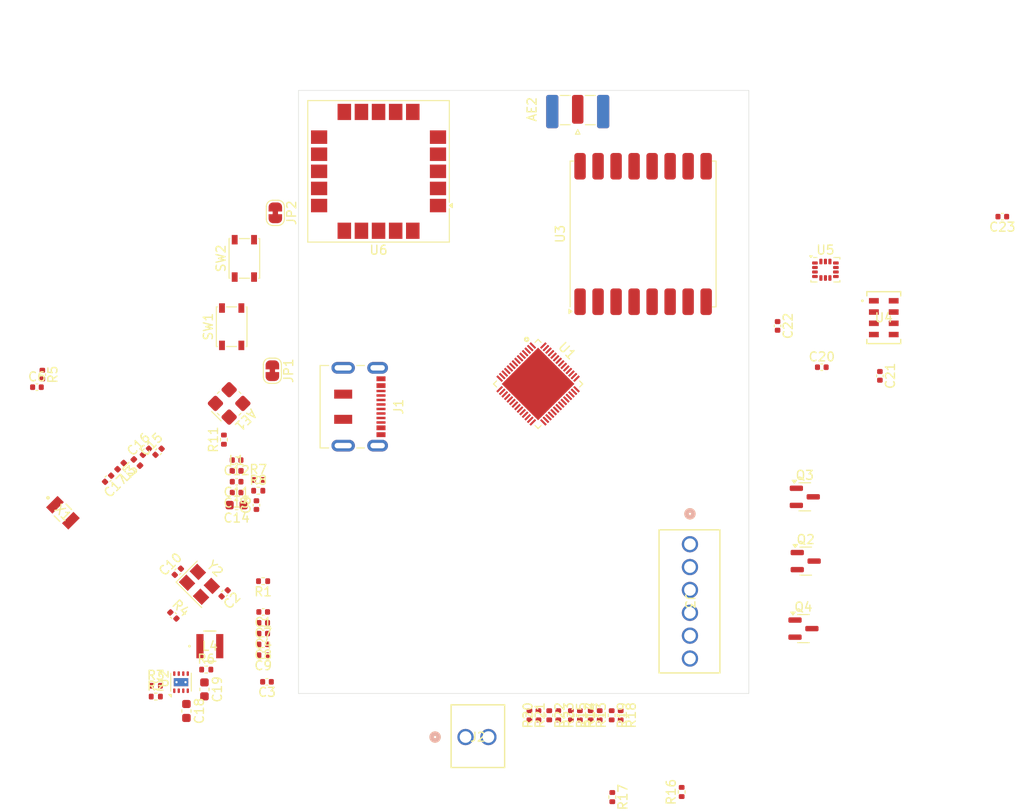
<source format=kicad_pcb>
(kicad_pcb (version 20241229) (generator "pcbnew") (generator_version "9.0")
  (layers (0 "F.Cu" signal) (4 "In1.Cu" signal) (6 "In2.Cu" signal) (2 "B.Cu" signal) (13 "F.Paste" user) (15 "B.Paste" user) (5 "F.SilkS" user "F.Silkscreen") (7 "B.SilkS" user "B.Silkscreen") (1 "F.Mask" user) (3 "B.Mask" user) (25 "Edge.Cuts" user))
  (net 0 "")
  (net 1 "Net-(AE1-A)")
  (net 2 "GND")
  (net 3 "+3V3")
  (net 4 "Net-(U1-XTAL_N)")
  (net 5 "Net-(U1-VDD_SPI)")
  (net 6 "Net-(U1-XTAL_32K_P)")
  (net 7 "Net-(U1-XTAL_32K_N)")
  (net 8 "Net-(C10-Pad1)")
  (net 9 "/ESP-32 Power Coupler/VDD3P3")
  (net 10 "/LNA Shield/LNA_IN")
  (net 11 "Net-(C17-Pad1)")
  (net 12 "+BATT")
  (net 13 "/USB_D+")
  (net 15 "Net-(J1-CC1)")
  (net 16 "/USB_D-")
  (net 18 "Net-(J1-CC2)")
  (net 19 "/Pyro Channel1/Pyro Pin")
  (net 20 "Net-(JP1-A)")
  (net 21 "Net-(JP1-B)")
  (net 22 "Net-(JP2-B)")
  (net 23 "Net-(JP2-A)")
  (net 24 "Net-(U2-SW)")
  (net 25 "Net-(Q2-G)")
  (net 26 "Net-(U1-XTAL_P)")
  (net 27 "/PowerReg/PG")
  (net 29 "/SDA")
  (net 33 "/SCL")
  (net 35 "/FSPICS0")
  (net 36 "/FSPID")
  (net 46 "/FSPIQ")
  (net 47 "/Interrupt")
  (net 58 "/RADIO_RST")
  (net 60 "/FSPICLK")
  (net 63 "/Sense 1")
  (net 65 "/Sense 2")
  (net 67 "/Sense 3")
  (net 68 "/Pyro GPIO 1")
  (net 69 "/Pyro GPIO 2")
  (net 71 "/Pyro GPIO 3")
  (net 73 "Net-(AE2-A)")
  (net 79 "/Sensors/GPS_Reset")
  (net 86 "/Pyro Channel2/Pyro Pin")
  (net 87 "/Pyro Channel3/Pyro Pin")
  (net 88 "Net-(Q3-G)")
  (net 89 "Net-(Q4-G)")
  (net 90 "Net-(D1-K)")
  (footprint "NR3015T:IND_TAIYO_NR3015_TAY" (layer "F.Cu") (at 62.1567 110.49)
    (property "Reference" "L4" (at 0 0 0) (layer "F.SilkS"))
    (property "Value" "2.2uH")
    (pad "1" smd rect (at -1.09855 0) (size 0.8001 2.6924) (layers "F.Cu" "F.Mask" "F.Paste") (net 24 "Net-(U2-SW)"))
    (pad "2" smd rect (at 1.09855 0) (size 0.8001 2.6924) (layers "F.Cu" "F.Mask" "F.Paste") (net 3 "+3V3"))
  )
  (footprint "S3FH4R2:QFN40P700X700X90-57N" (layer "F.Cu") (at 98.6 81.36 -45)
    (property "Reference" "U1" (at -0.325 -4.885 135) (layer "F.SilkS"))
    (property "Value" "ESP32-S3FH4R2")
    (pad "1" smd rect (at -3.435 -2.6 315) (size 0.84 0.22) (layers "F.Cu" "F.Paste") (net 10 "/LNA Shield/LNA_IN"))
    (pad "2" smd rect (at -3.435 -2.2 315) (size 0.84 0.22) (layers "F.Cu" "F.Paste") (net 9 "/ESP-32 Power Coupler/VDD3P3"))
    (pad "3" smd rect (at -3.435 -1.8 315) (size 0.84 0.22) (layers "F.Cu" "F.Paste") (net 9 "/ESP-32 Power Coupler/VDD3P3"))
    (pad "4" smd rect (at -3.435 -1.4 315) (size 0.84 0.22) (layers "F.Cu" "F.Paste") (net 21 "Net-(JP1-B)"))
    (pad "5" smd rect (at -3.435 -1 315) (size 0.84 0.22) (layers "F.Cu" "F.Paste") (net 22 "Net-(JP2-B)"))
    (pad "6" smd rect (at -3.435 -0.6 315) (size 0.84 0.22) (layers "F.Cu" "F.Paste") (net 47 "/Interrupt"))
    (pad "7" smd rect (at -3.435 -0.2 315) (size 0.84 0.22) (layers "F.Cu" "F.Paste"))
    (pad "8" smd rect (at -3.435 0.2 315) (size 0.84 0.22) (layers "F.Cu" "F.Paste"))
    (pad "9" smd rect (at -3.435 0.6 315) (size 0.84 0.22) (layers "F.Cu" "F.Paste") (net 58 "/RADIO_RST"))
    (pad "10" smd rect (at -3.435 1 315) (size 0.84 0.22) (layers "F.Cu" "F.Paste"))
    (pad "11" smd rect (at -3.435 1.4 315) (size 0.84 0.22) (layers "F.Cu" "F.Paste"))
    (pad "12" smd rect (at -3.435 1.8 315) (size 0.84 0.22) (layers "F.Cu" "F.Paste"))
    (pad "13" smd rect (at -3.435 2.2 315) (size 0.84 0.22) (layers "F.Cu" "F.Paste") (net 29 "/SDA"))
    (pad "14" smd rect (at -3.435 2.6 315) (size 0.84 0.22) (layers "F.Cu" "F.Paste") (net 33 "/SCL"))
    (pad "15" smd rect (at -2.6 3.435 315) (size 0.22 0.84) (layers "F.Cu" "F.Paste") (net 35 "/FSPICS0"))
    (pad "16" smd rect (at -2.2 3.435 315) (size 0.22 0.84) (layers "F.Cu" "F.Paste") (net 36 "/FSPID"))
    (pad "17" smd rect (at -1.8 3.435 315) (size 0.22 0.84) (layers "F.Cu" "F.Paste") (net 60 "/FSPICLK"))
    (pad "18" smd rect (at -1.4 3.435 315) (size 0.22 0.84) (layers "F.Cu" "F.Paste") (net 46 "/FSPIQ"))
    (pad "19" smd rect (at -1 3.435 315) (size 0.22 0.84) (layers "F.Cu" "F.Paste") (net 63 "/Sense 1"))
    (pad "20" smd rect (at -0.6 3.435 315) (size 0.22 0.84) (layers "F.Cu" "F.Paste") (net 3 "+3V3"))
    (pad "21" smd rect (at -0.2 3.435 315) (size 0.22 0.84) (layers "F.Cu" "F.Paste") (net 6 "Net-(U1-XTAL_32K_P)"))
    (pad "22" smd rect (at 0.2 3.435 315) (size 0.22 0.84) (layers "F.Cu" "F.Paste") (net 7 "Net-(U1-XTAL_32K_N)"))
    (pad "23" smd rect (at 0.6 3.435 315) (size 0.22 0.84) (layers "F.Cu" "F.Paste") (net 65 "/Sense 2"))
    (pad "24" smd rect (at 1 3.435 315) (size 0.22 0.84) (layers "F.Cu" "F.Paste") (net 67 "/Sense 3"))
    (pad "25" smd rect (at 1.4 3.435 315) (size 0.22 0.84) (layers "F.Cu" "F.Paste") (net 16 "/USB_D-"))
    (pad "26" smd rect (at 1.8 3.435 315) (size 0.22 0.84) (layers "F.Cu" "F.Paste") (net 13 "/USB_D+"))
    (pad "27" smd rect (at 2.2 3.435 315) (size 0.22 0.84) (layers "F.Cu" "F.Paste"))
    (pad "28" smd rect (at 2.6 3.435 315) (size 0.22 0.84) (layers "F.Cu" "F.Paste"))
    (pad "29" smd rect (at 3.435 2.6 315) (size 0.84 0.22) (layers "F.Cu" "F.Paste") (net 5 "Net-(U1-VDD_SPI)"))
    (pad "30" smd rect (at 3.435 2.2 315) (size 0.84 0.22) (layers "F.Cu" "F.Paste"))
    (pad "31" smd rect (at 3.435 1.8 315) (size 0.84 0.22) (layers "F.Cu" "F.Paste"))
    (pad "32" smd rect (at 3.435 1.4 315) (size 0.84 0.22) (layers "F.Cu" "F.Paste"))
    (pad "33" smd rect (at 3.435 1 315) (size 0.84 0.22) (layers "F.Cu" "F.Paste"))
    (pad "34" smd rect (at 3.435 0.6 315) (size 0.84 0.22) (layers "F.Cu" "F.Paste"))
    (pad "35" smd rect (at 3.435 0.2 315) (size 0.84 0.22) (layers "F.Cu" "F.Paste"))
    (pad "36" smd rect (at 3.435 -0.2 315) (size 0.84 0.22) (layers "F.Cu" "F.Paste") (net 69 "/Pyro GPIO 2"))
    (pad "37" smd rect (at 3.435 -0.6 315) (size 0.84 0.22) (layers "F.Cu" "F.Paste") (net 71 "/Pyro GPIO 3"))
    (pad "38" smd rect (at 3.435 -1 315) (size 0.84 0.22) (layers "F.Cu" "F.Paste"))
    (pad "39" smd rect (at 3.435 -1.4 315) (size 0.84 0.22) (layers "F.Cu" "F.Paste"))
    (pad "40" smd rect (at 3.435 -1.8 315) (size 0.84 0.22) (layers "F.Cu" "F.Paste"))
    (pad "41" smd rect (at 3.435 -2.2 315) (size 0.84 0.22) (layers "F.Cu" "F.Paste"))
    (pad "42" smd rect (at 3.435 -2.6 315) (size 0.84 0.22) (layers "F.Cu" "F.Paste"))
    (pad "43" smd rect (at 2.6 -3.435 315) (size 0.22 0.84) (layers "F.Cu" "F.Paste") (net 68 "/Pyro GPIO 1"))
    (pad "44" smd rect (at 2.2 -3.435 315) (size 0.22 0.84) (layers "F.Cu" "F.Paste"))
    (pad "45" smd rect (at 1.8 -3.435 315) (size 0.22 0.84) (layers "F.Cu" "F.Paste"))
    (pad "46" smd rect (at 1.4 -3.435 315) (size 0.22 0.84) (layers "F.Cu" "F.Paste") (net 3 "+3V3"))
    (pad "47" smd rect (at 1 -3.435 315) (size 0.22 0.84) (layers "F.Cu" "F.Paste"))
    (pad "48" smd rect (at 0.6 -3.435 315) (size 0.22 0.84) (layers "F.Cu" "F.Paste"))
    (pad "49" smd rect (at 0.2 -3.435 315) (size 0.22 0.84) (layers "F.Cu" "F.Paste"))
    (pad "50" smd rect (at -0.2 -3.435 315) (size 0.22 0.84) (layers "F.Cu" "F.Paste"))
    (pad "51" smd rect (at -0.6 -3.435 315) (size 0.22 0.84) (layers "F.Cu" "F.Paste"))
    (pad "52" smd rect (at -1 -3.435 315) (size 0.22 0.84) (layers "F.Cu" "F.Paste"))
    (pad "53" smd rect (at -1.4 -3.435 315) (size 0.22 0.84) (layers "F.Cu" "F.Paste") (net 4 "Net-(U1-XTAL_N)"))
    (pad "54" smd rect (at -1.8 -3.435 315) (size 0.22 0.84) (layers "F.Cu" "F.Paste") (net 26 "Net-(U1-XTAL_P)"))
    (pad "55" smd rect (at -2.2 -3.435 315) (size 0.22 0.84) (layers "F.Cu" "F.Paste") (net 3 "+3V3"))
    (pad "56" smd rect (at -2.6 -3.435 315) (size 0.22 0.84) (layers "F.Cu" "F.Paste") (net 3 "+3V3"))
    (pad "57" smd rect (at 0 0 315) (size 5.7 5.7) (layers "F.Cu") (net 2 "GND"))
  )
  (footprint "Capacitor_SMD:C_0402_1005Metric" (layer "F.Cu") (at 68.08 107.89 180)
    (property "Reference" "C7" (at 0 -1.16 0) (layer "F.SilkS"))
    (property "Value" "1uF")
    (pad "1" smd roundrect (at -0.48 0 180) (size 0.56 0.62) (layers "F.Cu" "F.Mask" "F.Paste") (net 5 "Net-(U1-VDD_SPI)"))
    (pad "2" smd roundrect (at 0.48 0 180) (size 0.56 0.62) (layers "F.Cu" "F.Mask" "F.Paste") (net 2 "GND"))
  )
  (footprint "OSTVN06A150:CONN_OSTVN06A150_OST" (layer "F.Cu") (at 115.461199 99.1649 -90)
    (property "Reference" "J3" (at 6.35 0 270) (layer "F.SilkS"))
    (property "Value" "Screw_Terminal_01x06")
    (pad "1" thru_hole circle (at 0 0 270) (size 1.8034 1.8034) (drill 1.2954) (layers "*.Cu" "*.Mask") (net 12 "+BATT"))
    (pad "2" thru_hole circle (at 2.54 0 270) (size 1.8034 1.8034) (drill 1.2954) (layers "*.Cu" "*.Mask") (net 19 "/Pyro Channel1/Pyro Pin"))
    (pad "3" thru_hole circle (at 5.08 0 270) (size 1.8034 1.8034) (drill 1.2954) (layers "*.Cu" "*.Mask") (net 12 "+BATT"))
    (pad "4" thru_hole circle (at 7.62 0 270) (size 1.8034 1.8034) (drill 1.2954) (layers "*.Cu" "*.Mask") (net 86 "/Pyro Channel2/Pyro Pin"))
    (pad "5" thru_hole circle (at 10.16 0 270) (size 1.8034 1.8034) (drill 1.2954) (layers "*.Cu" "*.Mask") (net 12 "+BATT"))
    (pad "6" thru_hole circle (at 12.7 0 270) (size 1.8034 1.8034) (drill 1.2954) (layers "*.Cu" "*.Mask") (net 87 "/Pyro Channel3/Pyro Pin"))
  )
  (footprint "Resistor_SMD:R_0402_1005Metric" (layer "F.Cu") (at 61.7567 113.09)
    (property "Reference" "R6" (at 0 -1.17 0) (layer "F.SilkS"))
    (property "Value" "100k")
    (pad "1" smd roundrect (at -0.51 0) (size 0.54 0.64) (layers "F.Cu" "F.Mask" "F.Paste") (net 3 "+3V3"))
    (pad "2" smd roundrect (at 0.51 0) (size 0.54 0.64) (layers "F.Cu" "F.Mask" "F.Paste") (net 27 "/PowerReg/PG"))
  )
  (footprint "Inductor_SMD:L_0402_1005Metric" (layer "F.Cu") (at 52.26 90.49 -135)
    (property "Reference" "L3" (at 0 -1.17 45) (layer "F.SilkS"))
    (property "Value" "2.0nH")
    (pad "1" smd roundrect (at -0.485 0 225) (size 0.59 0.64) (layers "F.Cu" "F.Mask" "F.Paste") (net 1 "Net-(AE1-A)"))
    (pad "2" smd roundrect (at 0.485 0 225) (size 0.59 0.64) (layers "F.Cu" "F.Mask" "F.Paste") (net 11 "Net-(C17-Pad1)"))
  )
  (footprint "Capacitor_SMD:C_0402_1005Metric" (layer "F.Cu") (at 150.14 62.77 180)
    (property "Reference" "C23" (at 0 -1.16 180) (layer "F.SilkS"))
    (property "Value" "100nF")
    (pad "1" smd roundrect (at -0.48 0 180) (size 0.56 0.62) (layers "F.Cu" "F.Mask" "F.Paste") (net 2 "GND"))
    (pad "2" smd roundrect (at 0.48 0 180) (size 0.56 0.62) (layers "F.Cu" "F.Mask" "F.Paste") (net 3 "+3V3"))
  )
  (footprint "Connector_Coaxial:SMA_Samtec_SMA-J-P-H-ST-EM1_EdgeMount" (layer "F.Cu") (at 103 50.85 90)
    (property "Reference" "AE2" (at 0 -5.08 90) (layer "F.SilkS"))
    (property "Value" "Antenna_Shield")
    (pad "1" smd roundrect (at 0 0 180) (size 1.27 3.2) (layers "F.Cu" "F.Mask") (roundrect_rratio 0.1968503937) (net 73 "Net-(AE2-A)"))
    (pad "2" smd roundrect (at -0.25 -2.825 180) (size 1.35 3.7) (layers "F.Cu" "F.Mask") (roundrect_rratio 0.1851851852) (net 2 "GND"))
    (pad "2" smd roundrect (at -0.25 -2.825 180) (size 1.35 3.7) (layers "B.Cu" "B.Mask") (roundrect_rratio 0.1851851852) (net 2 "GND"))
    (pad "2" smd roundrect (at -0.25 2.825 180) (size 1.35 3.7) (layers "F.Cu" "F.Mask") (roundrect_rratio 0.1851851852) (net 2 "GND"))
    (pad "2" smd roundrect (at -0.25 2.825 180) (size 1.35 3.7) (layers "B.Cu" "B.Mask") (roundrect_rratio 0.1851851852) (net 2 "GND"))
  )
  (footprint "Resistor_SMD:R_0402_1005Metric" (layer "F.Cu") (at 63.718801 87.5451 90)
    (property "Reference" "R11" (at 0 -1.17 90) (layer "F.SilkS"))
    (property "Value" "100k")
    (pad "1" smd roundrect (at -0.51 0 90) (size 0.54 0.64) (layers "F.Cu" "F.Mask" "F.Paste") (net 3 "+3V3"))
    (pad "2" smd roundrect (at 0.51 0 90) (size 0.54 0.64) (layers "F.Cu" "F.Mask" "F.Paste") (net 21 "Net-(JP1-B)"))
  )
  (footprint "Resistor_SMD:R_0402_1005Metric" (layer "F.Cu") (at 99.84 118.17 -90)
    (property "Reference" "R22" (at 0 -1.17 90) (layer "F.SilkS"))
    (property "Value" "33k")
    (pad "1" smd roundrect (at -0.51 0 270) (size 0.54 0.64) (layers "F.Cu" "F.Mask" "F.Paste") (net 87 "/Pyro Channel3/Pyro Pin"))
    (pad "2" smd roundrect (at 0.51 0 270) (size 0.54 0.64) (layers "F.Cu" "F.Mask" "F.Paste") (net 67 "/Sense 3"))
  )
  (footprint "Package_LGA:LGA-14_3x2.5mm_P0.5mm_LayoutBorder3x4y" (layer "F.Cu") (at 130.5 68.6725)
    (property "Reference" "U5" (at 0 -2.2 0) (layer "F.SilkS"))
    (property "Value" "LSM6DSO32TR")
    (pad "1" smd roundrect (at -1.1625 -0.75) (size 0.625 0.35) (layers "F.Cu" "F.Mask" "F.Paste") (net 2 "GND"))
    (pad "2" smd roundrect (at -1.1625 -0.25) (size 0.625 0.35) (layers "F.Cu" "F.Mask" "F.Paste") (net 2 "GND"))
    (pad "3" smd roundrect (at -1.1625 0.25) (size 0.625 0.35) (layers "F.Cu" "F.Mask" "F.Paste") (net 2 "GND"))
    (pad "4" smd roundrect (at -1.1625 0.75) (size 0.625 0.35) (layers "F.Cu" "F.Mask" "F.Paste"))
    (pad "5" smd roundrect (at -0.5 0.9125) (size 0.35 0.625) (layers "F.Cu" "F.Mask" "F.Paste") (net 3 "+3V3"))
    (pad "6" smd roundrect (at 0 0.9125) (size 0.35 0.625) (layers "F.Cu" "F.Mask" "F.Paste") (net 2 "GND"))
    (pad "7" smd roundrect (at 0.5 0.9125) (size 0.35 0.625) (layers "F.Cu" "F.Mask" "F.Paste") (net 2 "GND"))
    (pad "8" smd roundrect (at 1.1625 0.75) (size 0.625 0.35) (layers "F.Cu" "F.Mask" "F.Paste") (net 3 "+3V3"))
    (pad "9" smd roundrect (at 1.1625 0.25) (size 0.625 0.35) (layers "F.Cu" "F.Mask" "F.Paste"))
    (pad "10" smd roundrect (at 1.1625 -0.25) (size 0.625 0.35) (layers "F.Cu" "F.Mask" "F.Paste"))
    (pad "11" smd roundrect (at 1.1625 -0.75) (size 0.625 0.35) (layers "F.Cu" "F.Mask" "F.Paste"))
    (pad "12" smd roundrect (at 0.5 -0.9125) (size 0.35 0.625) (layers "F.Cu" "F.Mask" "F.Paste") (net 3 "+3V3"))
    (pad "13" smd roundrect (at 0 -0.9125) (size 0.35 0.625) (layers "F.Cu" "F.Mask" "F.Paste") (net 33 "/SCL"))
    (pad "14" smd roundrect (at -0.5 -0.9125) (size 0.35 0.625) (layers "F.Cu" "F.Mask" "F.Paste") (net 29 "/SDA"))
  )
  (footprint "Crystal:Crystal_SMD_3225-4Pin_3.2x2.5mm" (layer "F.Cu") (at 61 103.62 -45)
    (property "Reference" "Y2" (at 0 -2.450001 135) (layer "F.SilkS"))
    (property "Value" "Crystal_GND23")
    (pad "1" smd rect (at -1.1 0.85 315) (size 1.4 1.2) (layers "F.Cu" "F.Mask" "F.Paste") (net 8 "Net-(C10-Pad1)"))
    (pad "2" smd rect (at 1.1 0.85 315) (size 1.4 1.2) (layers "F.Cu" "F.Mask" "F.Paste") (net 2 "GND"))
    (pad "3" smd rect (at 1.1 -0.85 315) (size 1.4 1.2) (layers "F.Cu" "F.Mask" "F.Paste") (net 4 "Net-(U1-XTAL_N)"))
    (pad "4" smd rect (at -1.1 -0.85 315) (size 1.4 1.2) (layers "F.Cu" "F.Mask" "F.Paste") (net 2 "GND"))
  )
  (footprint "Resistor_SMD:R_0402_1005Metric" (layer "F.Cu") (at 67.53 93.22)
    (property "Reference" "R8" (at 0 -1.17 0) (layer "F.SilkS"))
    (property "Value" "10k")
    (pad "1" smd roundrect (at -0.51 0) (size 0.54 0.64) (layers "F.Cu" "F.Mask" "F.Paste") (net 3 "+3V3"))
    (pad "2" smd roundrect (at 0.51 0) (size 0.54 0.64) (layers "F.Cu" "F.Mask" "F.Paste") (net 33 "/SCL"))
  )
  (footprint "Capacitor_SMD:C_0402_1005Metric" (layer "F.Cu") (at 42.96 81.72)
    (property "Reference" "C6" (at 0 -1.16 0) (layer "F.SilkS"))
    (property "Value" "TBD")
    (pad "1" smd roundrect (at -0.48 0) (size 0.56 0.62) (layers "F.Cu" "F.Mask" "F.Paste") (net 7 "Net-(U1-XTAL_32K_N)"))
    (pad "2" smd roundrect (at 0.48 0) (size 0.56 0.62) (layers "F.Cu" "F.Mask" "F.Paste") (net 2 "GND"))
  )
  (footprint "Package_SON:WSON-8-1EP_2x2mm_P0.5mm_EP0.9x1.6mm_ThermalVias" (layer "F.Cu") (at 58.9567 114.49 90)
    (property "Reference" "U2" (at 0.38 -1.9 90) (layer "F.SilkS"))
    (property "Value" "TPS62162DSG")
    (pad "1" smd roundrect (at -0.95 -0.75 90) (size 0.5 0.25) (layers "F.Cu" "F.Mask" "F.Paste") (net 2 "GND"))
    (pad "2" smd roundrect (at -0.95 -0.25 90) (size 0.5 0.25) (layers "F.Cu" "F.Mask" "F.Paste") (net 12 "+BATT"))
    (pad "3" smd roundrect (at -0.95 0.25 90) (size 0.5 0.25) (layers "F.Cu" "F.Mask" "F.Paste") (net 12 "+BATT"))
    (pad "4" smd roundrect (at -0.95 0.75 90) (size 0.5 0.25) (layers "F.Cu" "F.Mask" "F.Paste") (net 2 "GND"))
    (pad "5" smd roundrect (at 0.95 0.75 90) (size 0.5 0.25) (layers "F.Cu" "F.Mask" "F.Paste") (net 2 "GND"))
    (pad "6" smd roundrect (at 0.95 0.25 90) (size 0.5 0.25) (layers "F.Cu" "F.Mask" "F.Paste") (net 3 "+3V3"))
    (pad "7" smd roundrect (at 0.95 -0.25 90) (size 0.5 0.25) (layers "F.Cu" "F.Mask" "F.Paste") (net 24 "Net-(U2-SW)"))
    (pad "8" smd roundrect (at 0.95 -0.75 90) (size 0.5 0.25) (layers "F.Cu" "F.Mask" "F.Paste") (net 27 "/PowerReg/PG"))
    (pad "9" thru_hole circle (at 0 -0.5 90) (size 0.6 0.6) (drill 0.25) (property pad_prop_heatsink) (layers "*.Cu") (net 2 "GND"))
    (pad "9" smd rect (at 0 0 90) (size 0.9 1.6) (layers "F.Cu" "F.Mask") (net 2 "GND"))
    (pad "9" smd rect (at 0 0 90) (size 0.9 1.6) (layers "B.Cu") (net 2 "GND"))
    (pad "9" thru_hole circle (at 0 0.5 90) (size 0.6 0.6) (drill 0.25) (property pad_prop_heatsink) (layers "*.Cu") (net 2 "GND"))
  )
  (footprint "OSTVN02A150:CONN_OSTVN02A150_OST" (layer "F.Cu") (at 90.544824 120.587201)
    (property "Reference" "J2" (at 1.370076 0 0) (layer "F.SilkS"))
    (property "Value" "Screw_Terminal_01x02")
    (pad "1" thru_hole circle (at 0 0) (size 1.8034 1.8034) (drill 1.2954) (layers "*.Cu" "*.Mask") (net 2 "GND"))
    (pad "2" thru_hole circle (at 2.54 0) (size 1.8034 1.8034) (drill 1.2954) (layers "*.Cu" "*.Mask") (net 12 "+BATT"))
  )
  (footprint "Capacitor_SMD:C_0402_1005Metric" (layer "F.Cu") (at 58.11 107.08 -45)
    (property "Reference" "R4" (at 0 -1.16 135) (layer "F.SilkS"))
    (property "Value" "TBD")
    (pad "1" smd roundrect (at -0.48 0 315) (size 0.56 0.62) (layers "F.Cu" "F.Mask" "F.Paste") (net 26 "Net-(U1-XTAL_P)"))
    (pad "2" smd roundrect (at 0.48 0 315) (size 0.56 0.62) (layers "F.Cu" "F.Mask" "F.Paste") (net 8 "Net-(C10-Pad1)"))
  )
  (footprint "Resistor_SMD:R_0402_1005Metric" (layer "F.Cu") (at 67.53 92.02)
    (property "Reference" "R7" (at 0 -1.17 0) (layer "F.SilkS"))
    (property "Value" "10k")
    (pad "1" smd roundrect (at -0.51 0) (size 0.54 0.64) (layers "F.Cu" "F.Mask" "F.Paste") (net 3 "+3V3"))
    (pad "2" smd roundrect (at 0.51 0) (size 0.54 0.64) (layers "F.Cu" "F.Mask" "F.Paste") (net 29 "/SDA"))
  )
  (footprint "Resistor_SMD:R_0402_1005Metric" (layer "F.Cu") (at 106.84 127.26 -90)
    (property "Reference" "R17" (at 0 -1.17 90) (layer "F.SilkS"))
    (property "Value" "10k")
    (pad "1" smd roundrect (at -0.51 0 270) (size 0.54 0.64) (layers "F.Cu" "F.Mask" "F.Paste") (net 88 "Net-(Q3-G)"))
    (pad "2" smd roundrect (at 0.51 0 270) (size 0.54 0.64) (layers "F.Cu" "F.Mask" "F.Paste") (net 2 "GND"))
  )
  (footprint "Resistor_SMD:R_0402_1005Metric" (layer "F.Cu") (at 104.44 118.17 -90)
    (property "Reference" "R13" (at 0 -1.17 90) (layer "F.SilkS"))
    (property "Value" "10k")
    (pad "1" smd roundrect (at -0.51 0 270) (size 0.54 0.64) (layers "F.Cu" "F.Mask" "F.Paste") (net 25 "Net-(Q2-G)"))
    (pad "2" smd roundrect (at 0.51 0 270) (size 0.54 0.64) (layers "F.Cu" "F.Mask" "F.Paste") (net 2 "GND"))
  )
  (footprint "Button_Switch_SMD:SW_SPST_PTS810" (layer "F.Cu") (at 65.99 67.41 90)
    (property "Reference" "SW2" (at 0 -2.6 90) (layer "F.SilkS"))
    (property "Value" "SW_Push")
    (pad "1" smd rect (at -2.075 -1.075 90) (size 1.05 0.65) (layers "F.Cu" "F.Mask" "F.Paste") (net 2 "GND"))
    (pad "1" smd rect (at 2.075 -1.075 90) (size 1.05 0.65) (layers "F.Cu" "F.Mask" "F.Paste") (net 2 "GND"))
    (pad "2" smd rect (at -2.075 1.075 90) (size 1.05 0.65) (layers "F.Cu" "F.Mask" "F.Paste") (net 23 "Net-(JP2-A)"))
    (pad "2" smd rect (at 2.075 1.075 90) (size 1.05 0.65) (layers "F.Cu" "F.Mask" "F.Paste") (net 23 "Net-(JP2-A)"))
  )
  (footprint "Capacitor_SMD:C_0402_1005Metric" (layer "F.Cu") (at 68.08 109.09 180)
    (property "Reference" "C4" (at 0 -1.16 0) (layer "F.SilkS"))
    (property "Value" "10nF")
    (pad "1" smd roundrect (at -0.48 0 180) (size 0.56 0.62) (layers "F.Cu" "F.Mask" "F.Paste") (net 3 "+3V3"))
    (pad "2" smd roundrect (at 0.48 0 180) (size 0.56 0.62) (layers "F.Cu" "F.Mask" "F.Paste") (net 2 "GND"))
  )
  (footprint "Capacitor_SMD:C_0402_1005Metric" (layer "F.Cu") (at 125.19 74.91 -90)
    (property "Reference" "C22" (at 0 -1.16 90) (layer "F.SilkS"))
    (property "Value" "100nF")
    (pad "1" smd roundrect (at -0.48 0 270) (size 0.56 0.62) (layers "F.Cu" "F.Mask" "F.Paste") (net 3 "+3V3"))
    (pad "2" smd roundrect (at 0.48 0 270) (size 0.56 0.62) (layers "F.Cu" "F.Mask" "F.Paste") (net 2 "GND"))
  )
  (footprint "Resistor_SMD:R_0402_1005Metric" (layer "F.Cu") (at 100.84 118.17 -90)
    (property "Reference" "R23" (at 0 -1.17 90) (layer "F.SilkS"))
    (property "Value" "10k")
    (pad "1" smd roundrect (at -0.51 0 270) (size 0.54 0.64) (layers "F.Cu" "F.Mask" "F.Paste") (net 67 "/Sense 3"))
    (pad "2" smd roundrect (at 0.51 0 270) (size 0.54 0.64) (layers "F.Cu" "F.Mask" "F.Paste") (net 2 "GND"))
  )
  (footprint "Package_TO_SOT_SMD:SOT-23" (layer "F.Cu") (at 128.2125 93.9)
    (property "Reference" "Q3" (at 0 -2.4 180) (layer "F.SilkS"))
    (property "Value" "IRLML0030")
    (pad "1" smd roundrect (at -0.9375 -0.95) (size 1.475 0.6) (layers "F.Cu" "F.Mask" "F.Paste") (net 88 "Net-(Q3-G)"))
    (pad "2" smd roundrect (at -0.9375 0.95) (size 1.475 0.6) (layers "F.Cu" "F.Mask" "F.Paste") (net 2 "GND"))
    (pad "3" smd roundrect (at 0.9375 0) (size 1.475 0.6) (layers "F.Cu" "F.Mask" "F.Paste") (net 86 "/Pyro Channel2/Pyro Pin"))
  )
  (footprint "Capacitor_SMD:C_0402_1005Metric" (layer "F.Cu") (at 67.33 94.82 90)
    (property "Reference" "C5" (at 0 -1.16 90) (layer "F.SilkS"))
    (property "Value" "TBD")
    (pad "1" smd roundrect (at -0.48 0 90) (size 0.56 0.62) (layers "F.Cu" "F.Mask" "F.Paste") (net 6 "Net-(U1-XTAL_32K_P)"))
    (pad "2" smd roundrect (at 0.48 0 90) (size 0.56 0.62) (layers "F.Cu" "F.Mask" "F.Paste") (net 2 "GND"))
  )
  (footprint "Resistor_SMD:R_0402_1005Metric" (layer "F.Cu") (at 68.07 103.27 180)
    (property "Reference" "R1" (at 0 -1.17 0) (layer "F.SilkS"))
    (property "Value" "5.1k")
    (pad "1" smd roundrect (at -0.51 0 180) (size 0.54 0.64) (layers "F.Cu" "F.Mask" "F.Paste") (net 15 "Net-(J1-CC1)"))
    (pad "2" smd roundrect (at 0.51 0 180) (size 0.54 0.64) (layers "F.Cu" "F.Mask" "F.Paste") (net 2 "GND"))
  )
  (footprint "Resistor_SMD:R_0402_1005Metric" (layer "F.Cu") (at 106.77 118.17 -90)
    (property "Reference" "R19" (at 0 -1.17 90) (layer "F.SilkS"))
    (property "Value" "10k")
    (pad "1" smd roundrect (at -0.51 0 270) (size 0.54 0.64) (layers "F.Cu" "F.Mask" "F.Paste") (net 65 "/Sense 2"))
    (pad "2" smd roundrect (at 0.51 0 270) (size 0.54 0.64) (layers "F.Cu" "F.Mask" "F.Paste") (net 2 "GND"))
  )
  (footprint "Capacitor_SMD:C_0402_1005Metric" (layer "F.Cu") (at 65.13 89.82 180)
    (property "Reference" "C12" (at 0 -1.16 0) (layer "F.SilkS"))
    (property "Value" "0.1uF")
    (pad "1" smd roundrect (at -0.48 0 180) (size 0.56 0.62) (layers "F.Cu" "F.Mask" "F.Paste") (net 3 "+3V3"))
    (pad "2" smd roundrect (at 0.48 0 180) (size 0.56 0.62) (layers "F.Cu" "F.Mask" "F.Paste") (net 2 "GND"))
  )
  (footprint "Package_TO_SOT_SMD:SOT-23" (layer "F.Cu") (at 128.0625 108.54)
    (property "Reference" "Q4" (at 0 -2.4 180) (layer "F.SilkS"))
    (property "Value" "IRLML0030")
    (pad "1" smd roundrect (at -0.9375 -0.95) (size 1.475 0.6) (layers "F.Cu" "F.Mask" "F.Paste") (net 89 "Net-(Q4-G)"))
    (pad "2" smd roundrect (at -0.9375 0.95) (size 1.475 0.6) (layers "F.Cu" "F.Mask" "F.Paste") (net 2 "GND"))
    (pad "3" smd roundrect (at 0.9375 0) (size 1.475 0.6) (layers "F.Cu" "F.Mask" "F.Paste") (net 87 "/Pyro Channel3/Pyro Pin"))
  )
  (footprint "Resistor_SMD:R_0402_1005Metric" (layer "F.Cu") (at 97.64 118.17 -90)
    (property "Reference" "R21" (at 0 -1.17 90) (layer "F.SilkS"))
    (property "Value" "10k")
    (pad "1" smd roundrect (at -0.51 0 270) (size 0.54 0.64) (layers "F.Cu" "F.Mask" "F.Paste") (net 89 "Net-(Q4-G)"))
    (pad "2" smd roundrect (at 0.51 0 270) (size 0.54 0.64) (layers "F.Cu" "F.Mask" "F.Paste") (net 2 "GND"))
  )
  (footprint "Capacitor_SMD:C_0402_1005Metric" (layer "F.Cu") (at 68.08 106.69 180)
    (property "Reference" "C1" (at 0 -1.16 0) (layer "F.SilkS"))
    (property "Value" "0.1uF")
    (pad "1" smd roundrect (at -0.48 0 180) (size 0.56 0.62) (layers "F.Cu" "F.Mask" "F.Paste") (net 3 "+3V3"))
    (pad "2" smd roundrect (at 0.48 0 180) (size 0.56 0.62) (layers "F.Cu" "F.Mask" "F.Paste") (net 2 "GND"))
  )
  (footprint "Connector_USB:USB_C_Receptacle_JAE_DX07S016JA1R1500" (layer "F.Cu") (at 78.11 83.89 -90)
    (property "Reference" "J1" (at 0 -5 90) (layer "F.SilkS"))
    (property "Value" "USB_C_Receptacle_USB2.0_16P")
    (pad "" np_thru_hole circle (at -3 -1.95 270) (size 0.6 0.6) (drill 0.6) (layers "F&B.Cu" "*.Mask"))
    (pad "" smd rect (at -1.4 1.15 270) (size 1 2) (layers "F.Cu" "F.Mask" "F.Paste"))
    (pad "" smd rect (at 1.4 1.15 270) (size 1 2) (layers "F.Cu" "F.Mask" "F.Paste"))
    (pad "" np_thru_hole oval (at 3 -1.95 270) (size 0.85 0.6) (drill oval 0.85 0.6) (layers "F&B.Cu" "*.Mask"))
    (pad "A1" smd rect (at -3.1 -3.05 270) (size 0.52 1) (layers "F.Cu" "F.Mask" "F.Paste") (net 2 "GND"))
    (pad "A4" smd rect (at -2.35 -3.05 270) (size 0.52 1) (layers "F.Cu" "F.Mask" "F.Paste") (net 90 "Net-(D1-K)"))
    (pad "A5" smd rect (at -1.75 -3.05 270) (size 0.27 1) (layers "F.Cu" "F.Mask" "F.Paste") (net 15 "Net-(J1-CC1)"))
    (pad "A6" smd rect (at -0.25 -3.05 270) (size 0.27 1) (layers "F.Cu" "F.Mask" "F.Paste") (net 13 "/USB_D+"))
    (pad "A7" smd rect (at 0.75 -3.05 270) (size 0.27 1) (layers "F.Cu" "F.Mask" "F.Paste") (net 16 "/USB_D-"))
    (pad "A8" smd rect (at 1.75 -3.05 270) (size 0.27 1) (layers "F.Cu" "F.Mask" "F.Paste"))
    (pad "A9" smd rect (at 2.35 -3.05 270) (size 0.52 1) (layers "F.Cu" "F.Mask" "F.Paste") (net 90 "Net-(D1-K)"))
    (pad "A12" smd rect (at 3.1 -3.05 270) (size 0.52 1) (layers "F.Cu" "F.Mask" "F.Paste") (net 2 "GND"))
    (pad "B1" smd rect (at 3.1 -3.05 270) (size 0.52 1) (layers "F.Cu" "F.Mask" "F.Paste") (net 2 "GND"))
    (pad "B4" smd rect (at 2.35 -3.05 270) (size 0.52 1) (layers "F.Cu" "F.Mask" "F.Paste") (net 90 "Net-(D1-K)"))
    (pad "B5" smd rect (at 1.25 -3.05 270) (size 0.27 1) (layers "F.Cu" "F.Mask" "F.Paste") (net 18 "Net-(J1-CC2)"))
    (pad "B6" smd rect (at 0.25 -3.05 270) (size 0.27 1) (layers "F.Cu" "F.Mask" "F.Paste") (net 13 "/USB_D+"))
    (pad "B7" smd rect (at -0.75 -3.05 270) (size 0.27 1) (layers "F.Cu" "F.Mask" "F.Paste") (net 16 "/USB_D-"))
    (pad "B8" smd rect (at -1.25 -3.05 270) (size 0.27 1) (layers "F.Cu" "F.Mask" "F.Paste"))
    (pad "B9" smd rect (at -2.35 -3.05 270) (size 0.52 1) (layers "F.Cu" "F.Mask" "F.Paste") (net 90 "Net-(D1-K)"))
    (pad "B12" smd rect (at -3.1 -3.05 270) (size 0.52 1) (layers "F.Cu" "F.Mask" "F.Paste") (net 2 "GND"))
    (pad "S1" thru_hole oval (at -4.32 -2.675 270) (size 1.3 2.3) (drill oval 0.6 1.6) (property pad_prop_heatsink) (layers "*.Cu" "*.Mask") (net 2 "GND"))
    (pad "S1" thru_hole oval (at -4.32 1.15 270) (size 1.3 2.6) (drill oval 0.6 1.9) (property pad_prop_heatsink) (layers "*.Cu" "*.Mask") (net 2 "GND"))
    (pad "S1" thru_hole oval (at 4.32 -2.675 270) (size 1.3 2.3) (drill oval 0.6 1.6) (property pad_prop_heatsink) (layers "*.Cu" "*.Mask") (net 2 "GND"))
    (pad "S1" thru_hole oval (at 4.32 1.15 270) (size 1.3 2.6) (drill oval 0.6 1.9) (property pad_prop_heatsink) (layers "*.Cu" "*.Mask") (net 2 "GND"))
  )
  (footprint "Jumper:SolderJumper-2_P1.3mm_Bridged_RoundedPad1.0x1.5mm" (layer "F.Cu") (at 69.1 79.89 -90)
    (property "Reference" "JP1" (at 0 -1.8 90) (layer "F.SilkS"))
    (property "Value" "SolderJumper_2_Bridged")
    (fp_poly (pts (xy 0.25 -0.3) (xy -0.25 -0.3) (xy -0.25 0.3) (xy 0.25 0.3)) (fill yes) (layer "F.Cu"))
    (pad "1" smd custom (at -0.65 0 270) (size 1 0.5) (layers "F.Cu" "F.Mask") (net 20 "Net-(JP1-A)") (options (clearance outline) (anchor rect)) (primitives (gr_circle (center 0 0.25) (end 0.5 0.25) (width 0) (fill yes)) (gr_circle (center 0 -0.25) (end 0.5 -0.25) (width 0) (fill yes)) (gr_poly (pts (xy 0.5 0.75) (xy 0 0.75) (xy 0 -0.75) (xy 0.5 -0.75)) (width 0) (fill yes))))
    (pad "2" smd custom (at 0.65 0 270) (size 1 0.5) (layers "F.Cu" "F.Mask") (net 21 "Net-(JP1-B)") (options (clearance outline) (anchor rect)) (primitives (gr_circle (center 0 0.25) (end 0.5 0.25) (width 0) (fill yes)) (gr_circle (center 0 -0.25) (end 0.5 -0.25) (width 0) (fill yes)) (gr_poly (pts (xy 0 0.75) (xy -0.5 0.75) (xy -0.5 -0.75) (xy 0 -0.75)) (width 0) (fill yes))))
  )
  (footprint "Inductor_SMD:L_0402_1005Metric" (layer "F.Cu") (at 65.13 91.02)
    (property "Reference" "L1" (at 0 -1.17 0) (layer "F.SilkS"))
    (property "Value" "2.0nH")
    (pad "1" smd roundrect (at -0.485 0) (size 0.59 0.64) (layers "F.Cu" "F.Mask" "F.Paste") (net 9 "/ESP-32 Power Coupler/VDD3P3"))
    (pad "2" smd roundrect (at 0.485 0) (size 0.59 0.64) (layers "F.Cu" "F.Mask" "F.Paste") (net 3 "+3V3"))
  )
  (footprint "Capacitor_SMD:C_0402_1005Metric" (layer "F.Cu") (at 68.08 111.49 180)
    (property "Reference" "C9" (at 0 -1.16 0) (layer "F.SilkS"))
    (property "Value" "0.1uF")
    (pad "1" smd roundrect (at -0.48 0 180) (size 0.56 0.62) (layers "F.Cu" "F.Mask" "F.Paste") (net 3 "+3V3"))
    (pad "2" smd roundrect (at 0.48 0 180) (size 0.56 0.62) (layers "F.Cu" "F.Mask" "F.Paste") (net 2 "GND"))
  )
  (footprint "RF_GPS:ublox_SAM-M8Q" (layer "F.Cu") (at 80.8875 57.74 180)
    (property "Reference" "U6" (at 0 -8.75 180) (layer "F.SilkS"))
    (property "Value" "SAM-M8Q")
    (pad "1" smd rect (at -6.6 -3.8 180) (size 1.8 1.5) (layers "F.Cu" "F.Mask") (net 2 "GND"))
    (pad "2" smd rect (at -6.6 -1.9 180) (size 1.8 1.5) (layers "F.Cu" "F.Mask") (net 3 "+3V3"))
    (pad "3" smd rect (at -6.6 0 180) (size 1.8 1.5) (layers "F.Cu" "F.Mask"))
    (pad "4" smd rect (at -6.6 1.9 180) (size 1.8 1.5) (layers "F.Cu" "F.Mask") (net 2 "GND"))
    (pad "5" smd rect (at -6.6 3.8 180) (size 1.8 1.5) (layers "F.Cu" "F.Mask") (net 2 "GND"))
    (pad "6" smd rect (at -3.8 6.6 180) (size 1.5 1.8) (layers "F.Cu" "F.Mask") (net 2 "GND"))
    (pad "7" smd rect (at -1.9 6.6 180) (size 1.5 1.8) (layers "F.Cu" "F.Mask"))
    (pad "8" smd rect (at 0 6.6 180) (size 1.5 1.8) (layers "F.Cu" "F.Mask"))
    (pad "9" smd rect (at 1.9 6.6 180) (size 1.5 1.8) (layers "F.Cu" "F.Mask") (net 29 "/SDA"))
    (pad "10" smd rect (at 3.8 6.6 180) (size 1.5 1.8) (layers "F.Cu" "F.Mask") (net 2 "GND"))
    (pad "11" smd rect (at 6.6 3.8 180) (size 1.8 1.5) (layers "F.Cu" "F.Mask") (net 2 "GND"))
    (pad "12" smd rect (at 6.6 1.9 180) (size 1.8 1.5) (layers "F.Cu" "F.Mask") (net 33 "/SCL"))
    (pad "13" smd rect (at 6.6 0 180) (size 1.8 1.5) (layers "F.Cu" "F.Mask"))
    (pad "14" smd rect (at 6.6 -1.9 180) (size 1.8 1.5) (layers "F.Cu" "F.Mask"))
    (pad "15" smd rect (at 6.6 -3.8 180) (size 1.8 1.5) (layers "F.Cu" "F.Mask") (net 2 "GND"))
    (pad "16" smd rect (at 3.8 -6.6 180) (size 1.5 1.8) (layers "F.Cu" "F.Mask") (net 2 "GND"))
    (pad "17" smd rect (at 1.9 -6.6 180) (size 1.5 1.8) (layers "F.Cu" "F.Mask") (net 3 "+3V3"))
    (pad "18" smd rect (at 0 -6.6 180) (size 1.5 1.8) (layers "F.Cu" "F.Mask") (net 79 "/Sensors/GPS_Reset"))
    (pad "19" smd rect (at -1.9 -6.6 180) (size 1.5 1.8) (layers "F.Cu" "F.Mask"))
    (pad "20" smd rect (at -3.8 -6.6 180) (size 1.5 1.8) (layers "F.Cu" "F.Mask") (net 2 "GND"))
  )
  (footprint "Capacitor_SMD:C_0402_1005Metric" (layer "F.Cu") (at 50.86 91.89 -135)
    (property "Reference" "C17" (at 0 -1.16 45) (layer "F.SilkS"))
    (property "Value" "0.1uF")
    (pad "1" smd roundrect (at -0.48 0 225) (size 0.56 0.62) (layers "F.Cu" "F.Mask" "F.Paste") (net 11 "Net-(C17-Pad1)"))
    (pad "2" smd roundrect (at 0.48 0 225) (size 0.56 0.62) (layers "F.Cu" "F.Mask" "F.Paste") (net 2 "GND"))
  )
  (footprint "Resistor_SMD:R_0402_1005Metric" (layer "F.Cu") (at 56.1567 116.09)
    (property "Reference" "R2" (at 0 -1.17 0) (layer "F.SilkS"))
    (property "Value" "5.1k")
    (pad "1" smd roundrect (at -0.51 0) (size 0.54 0.64) (layers "F.Cu" "F.Mask" "F.Paste") (net 18 "Net-(J1-CC2)"))
    (pad "2" smd roundrect (at 0.51 0) (size 0.54 0.64) (layers "F.Cu" "F.Mask" "F.Paste") (net 2 "GND"))
  )
  (footprint "Capacitor_SMD:C_0402_1005Metric" (layer "F.Cu") (at 58.6 102.22 45)
    (property "Reference" "C10" (at 0 -1.16 45) (layer "F.SilkS"))
    (property "Value" "TBD")
    (pad "1" smd roundrect (at -0.48 0 45) (size 0.56 0.62) (layers "F.Cu" "F.Mask" "F.Paste") (net 8 "Net-(C10-Pad1)"))
    (pad "2" smd roundrect (at 0.48 0 45) (size 0.56 0.62) (layers "F.Cu" "F.Mask" "F.Paste") (net 2 "GND"))
  )
  (footprint "Resistor_SMD:R_0402_1005Metric" (layer "F.Cu") (at 102.24 118.17 -90)
    (property "Reference" "R15" (at 0 -1.17 90) (layer "F.SilkS"))
    (property "Value" "10k")
    (pad "1" smd roundrect (at -0.51 0 270) (size 0.54 0.64) (layers "F.Cu" "F.Mask" "F.Paste") (net 63 "/Sense 1"))
    (pad "2" smd roundrect (at 0.51 0 270) (size 0.54 0.64) (layers "F.Cu" "F.Mask" "F.Paste") (net 2 "GND"))
  )
  (footprint "Button_Switch_SMD:SW_SPST_PTS810" (layer "F.Cu") (at 64.58 75 90)
    (property "Reference" "SW1" (at 0 -2.6 90) (layer "F.SilkS"))
    (property "Value" "SW_Push")
    (pad "1" smd rect (at -2.075 -1.075 90) (size 1.05 0.65) (layers "F.Cu" "F.Mask" "F.Paste") (net 2 "GND"))
    (pad "1" smd rect (at 2.075 -1.075 90) (size 1.05 0.65) (layers "F.Cu" "F.Mask" "F.Paste") (net 2 "GND"))
    (pad "2" smd rect (at -2.075 1.075 90) (size 1.05 0.65) (layers "F.Cu" "F.Mask" "F.Paste") (net 20 "Net-(JP1-A)"))
    (pad "2" smd rect (at 2.075 1.075 90) (size 1.05 0.65) (layers "F.Cu" "F.Mask" "F.Paste") (net 20 "Net-(JP1-A)"))
  )
  (footprint "Capacitor_SMD:C_0402_1005Metric" (layer "F.Cu") (at 55.06 88.89 45)
    (property "Reference" "C16" (at 0 -1.16 45) (layer "F.SilkS"))
    (property "Value" "0.1uF")
    (pad "1" smd roundrect (at -0.48 0 45) (size 0.56 0.62) (layers "F.Cu" "F.Mask" "F.Paste") (net 1 "Net-(AE1-A)"))
    (pad "2" smd roundrect (at 0.48 0 45) (size 0.56 0.62) (layers "F.Cu" "F.Mask" "F.Paste") (net 2 "GND"))
  )
  (footprint "Capacitor_SMD:C_0402_1005Metric" (layer "F.Cu") (at 43.56 80.32 -90)
    (property "Reference" "R5" (at 0 -1.16 90) (layer "F.SilkS"))
    (property "Value" "TBD")
    (pad "1" smd roundrect (at -0.48 0 270) (size 0.56 0.62) (layers "F.Cu" "F.Mask" "F.Paste") (net 6 "Net-(U1-XTAL_32K_P)"))
    (pad "2" smd roundrect (at 0.48 0 270) (size 0.56 0.62) (layers "F.Cu" "F.Mask" "F.Paste") (net 7 "Net-(U1-XTAL_32K_N)"))
  )
  (footprint "Resistor_SMD:R_0402_1005Metric" (layer "F.Cu") (at 98.64 118.17 90)
    (property "Reference" "R20" (at 0 -1.17 90) (layer "F.SilkS"))
    (property "Value" "470")
    (pad "1" smd roundrect (at -0.51 0 90) (size 0.54 0.64) (layers "F.Cu" "F.Mask" "F.Paste") (net 71 "/Pyro GPIO 3"))
    (pad "2" smd roundrect (at 0.51 0 90) (size 0.54 0.64) (layers "F.Cu" "F.Mask" "F.Paste") (net 89 "Net-(Q4-G)"))
  )
  (footprint "MS56:SON8_MS5611_TEC" (layer "F.Cu") (at 136.98 73.995)
    (property "Reference" "U4" (at 0 0 0) (layer "F.SilkS"))
    (property "Value" "MS560702BA03-50")
    (pad "1" smd rect (at -1.1 -1.875) (size 1.0922 0.6096) (layers "F.Cu" "F.Mask" "F.Paste") (net 3 "+3V3"))
    (pad "2" smd rect (at -1.1 -0.625) (size 1.0922 0.6096) (layers "F.Cu" "F.Mask" "F.Paste") (net 3 "+3V3"))
    (pad "3" smd rect (at -1.1 0.625) (size 1.0922 0.6096) (layers "F.Cu" "F.Mask" "F.Paste") (net 2 "GND"))
    (pad "4" smd rect (at -1.1 1.875) (size 1.0922 0.6096) (layers "F.Cu" "F.Mask" "F.Paste") (net 3 "+3V3"))
    (pad "5" smd rect (at 1.1 1.875) (size 1.0922 0.6096) (layers "F.Cu" "F.Mask" "F.Paste") (net 2 "GND"))
    (pad "6" smd rect (at 1.1 0.625) (size 1.0922 0.6096) (layers "F.Cu" "F.Mask" "F.Paste"))
    (pad "7" smd rect (at 1.1 -0.625) (size 1.0922 0.6096) (layers "F.Cu" "F.Mask" "F.Paste") (net 29 "/SDA"))
    (pad "8" smd rect (at 1.1 -1.875) (size 1.0922 0.6096) (layers "F.Cu" "F.Mask" "F.Paste") (net 33 "/SCL"))
  )
  (footprint "Resistor_SMD:R_0402_1005Metric" (layer "F.Cu") (at 114.54 126.69 90)
    (property "Reference" "R16" (at 0 -1.17 90) (layer "F.SilkS"))
    (property "Value" "470")
    (pad "1" smd roundrect (at -0.51 0 90) (size 0.54 0.64) (layers "F.Cu" "F.Mask" "F.Paste") (net 69 "/Pyro GPIO 2"))
    (pad "2" smd roundrect (at 0.51 0 90) (size 0.54 0.64) (layers "F.Cu" "F.Mask" "F.Paste") (net 88 "Net-(Q3-G)"))
  )
  (footprint "Package_TO_SOT_SMD:SOT-23" (layer "F.Cu") (at 128.3125 101.04)
    (property "Reference" "Q2" (at 0 -2.4 180) (layer "F.SilkS"))
    (property "Value" "IRLML0030")
    (pad "1" smd roundrect (at -0.9375 -0.95) (size 1.475 0.6) (layers "F.Cu" "F.Mask" "F.Paste") (net 25 "Net-(Q2-G)"))
    (pad "2" smd roundrect (at -0.9375 0.95) (size 1.475 0.6) (layers "F.Cu" "F.Mask" "F.Paste") (net 2 "GND"))
    (pad "3" smd roundrect (at 0.9375 0) (size 1.475 0.6) (layers "F.Cu" "F.Mask" "F.Paste") (net 19 "/Pyro Channel1/Pyro Pin"))
  )
  (footprint "Capacitor_SMD:C_0402_1005Metric" (layer "F.Cu") (at 130.1 79.5)
    (property "Reference" "C20" (at 0 -1.16 0) (layer "F.SilkS"))
    (property "Value" "100nF")
    (pad "1" smd roundrect (at -0.48 0) (size 0.56 0.62) (layers "F.Cu" "F.Mask" "F.Paste") (net 3 "+3V3"))
    (pad "2" smd roundrect (at 0.48 0) (size 0.56 0.62) (layers "F.Cu" "F.Mask" "F.Paste") (net 2 "GND"))
  )
  (footprint "Capacitor_SMD:C_0603_1608Metric" (layer "F.Cu") (at 59.5567 117.69 -90)
    (property "Reference" "C18" (at 0 -1.43 90) (layer "F.SilkS"))
    (property "Value" "10uF")
    (pad "1" smd roundrect (at -0.775 0 270) (size 0.9 0.95) (layers "F.Cu" "F.Mask" "F.Paste") (net 12 "+BATT"))
    (pad "2" smd roundrect (at 0.775 0 270) (size 0.9 0.95) (layers "F.Cu" "F.Mask" "F.Paste") (net 2 "GND"))
  )
  (footprint "Capacitor_SMD:C_0402_1005Metric" (layer "F.Cu") (at 68.08 110.29 180)
    (property "Reference" "C8" (at 0 -1.16 0) (layer "F.SilkS"))
    (property "Value" "1uF")
    (pad "1" smd roundrect (at -0.48 0 180) (size 0.56 0.62) (layers "F.Cu" "F.Mask" "F.Paste") (net 3 "+3V3"))
    (pad "2" smd roundrect (at 0.48 0 180) (size 0.56 0.62) (layers "F.Cu" "F.Mask" "F.Paste") (net 2 "GND"))
  )
  (footprint "Capacitor_SMD:C_0603_1608Metric" (layer "F.Cu") (at 65.13 94.82 180)
    (property "Reference" "C14" (at 0 -1.43 0) (layer "F.SilkS"))
    (property "Value" "10uF")
    (pad "1" smd roundrect (at -0.775 0 180) (size 0.9 0.95) (layers "F.Cu" "F.Mask" "F.Paste") (net 3 "+3V3"))
    (pad "2" smd roundrect (at 0.775 0 180) (size 0.9 0.95) (layers "F.Cu" "F.Mask" "F.Paste") (net 2 "GND"))
  )
  (footprint "Capacitor_SMD:C_0603_1608Metric" (layer "F.Cu") (at 61.5567 115.29 -90)
    (property "Reference" "C19" (at 0 -1.43 90) (layer "F.SilkS"))
    (property "Value" "22uF")
    (pad "1" smd roundrect (at -0.775 0 270) (size 0.9 0.95) (layers "F.Cu" "F.Mask" "F.Paste") (net 3 "+3V3"))
    (pad "2" smd roundrect (at 0.775 0 270) (size 0.9 0.95) (layers "F.Cu" "F.Mask" "F.Paste") (net 2 "GND"))
  )
  (footprint "Capacitor_SMD:C_0402_1005Metric" (layer "F.Cu") (at 68.5 114.45 180)
    (property "Reference" "C3" (at 0 -1.16 0) (layer "F.SilkS"))
    (property "Value" "0.1uF")
    (pad "1" smd roundrect (at -0.48 0 180) (size 0.56 0.62) (layers "F.Cu" "F.Mask" "F.Paste") (net 5 "Net-(U1-VDD_SPI)"))
    (pad "2" smd roundrect (at 0.48 0 180) (size 0.56 0.62) (layers "F.Cu" "F.Mask" "F.Paste") (net 2 "GND"))
  )
  (footprint "Capacitor_SMD:C_0402_1005Metric" (layer "F.Cu") (at 63.8 104.62 -135)
    (property "Reference" "C2" (at 0 -1.16 45) (layer "F.SilkS"))
    (property "Value" "TBD")
    (pad "1" smd roundrect (at -0.48 0 225) (size 0.56 0.62) (layers "F.Cu" "F.Mask" "F.Paste") (net 2 "GND"))
    (pad "2" smd roundrect (at 0.48 0 225) (size 0.56 0.62) (layers "F.Cu" "F.Mask" "F.Paste") (net 4 "Net-(U1-XTAL_N)"))
  )
  (footprint "Capacitor_SMD:C_0402_1005Metric" (layer "F.Cu") (at 65.13 93.42 180)
    (property "Reference" "C13" (at 0 -1.16 0) (layer "F.SilkS"))
    (property "Value" "1uF")
    (pad "1" smd roundrect (at -0.48 0 180) (size 0.56 0.62) (layers "F.Cu" "F.Mask" "F.Paste") (net 3 "+3V3"))
    (pad "2" smd roundrect (at 0.48 0 180) (size 0.56 0.62) (layers "F.Cu" "F.Mask" "F.Paste") (net 2 "GND"))
  )
  (footprint "FC-135:XTAL_FC-135_EPS" (layer "F.Cu") (at 45.843538 95.666463 -45)
    (property "Reference" "X1" (at 0 0 315) (layer "F.SilkS"))
    (property "Value" "FC-135 32.7680KA-A5")
    (pad "1" smd rect (at -1.249999 0 315) (size 0.9906 1.8034) (layers "F.Cu" "F.Mask" "F.Paste") (net 6 "Net-(U1-XTAL_32K_P)"))
    (pad "2" smd rect (at 1.249999 0 315) (size 0.9906 1.8034) (layers "F.Cu" "F.Mask" "F.Paste") (net 7 "Net-(U1-XTAL_32K_N)"))
  )
  (footprint "Jumper:SolderJumper-2_P1.3mm_Bridged_RoundedPad1.0x1.5mm" (layer "F.Cu") (at 69.43 62.35 -90)
    (property "Reference" "JP2" (at 0 -1.8 90) (layer "F.SilkS"))
    (property "Value" "SolderJumper_2_Bridged")
    (fp_poly (pts (xy 0.25 -0.3) (xy -0.25 -0.3) (xy -0.25 0.3) (xy 0.25 0.3)) (fill yes) (layer "F.Cu"))
    (pad "1" smd custom (at -0.65 0 270) (size 1 0.5) (layers "F.Cu" "F.Mask") (net 23 "Net-(JP2-A)") (options (clearance outline) (anchor rect)) (primitives (gr_circle (center 0 0.25) (end 0.5 0.25) (width 0) (fill yes)) (gr_circle (center 0 -0.25) (end 0.5 -0.25) (width 0) (fill yes)) (gr_poly (pts (xy 0.5 0.75) (xy 0 0.75) (xy 0 -0.75) (xy 0.5 -0.75)) (width 0) (fill yes))))
    (pad "2" smd custom (at 0.65 0 270) (size 1 0.5) (layers "F.Cu" "F.Mask") (net 22 "Net-(JP2-B)") (options (clearance outline) (anchor rect)) (primitives (gr_circle (center 0 0.25) (end 0.5 0.25) (width 0) (fill yes)) (gr_circle (center 0 -0.25) (end 0.5 -0.25) (width 0) (fill yes)) (gr_poly (pts (xy 0 0.75) (xy -0.5 0.75) (xy -0.5 -0.75) (xy 0 -0.75)) (width 0) (fill yes))))
  )
  (footprint "RF_Module:HOPERF_RFM9XW_SMD" (layer "F.Cu") (at 110.26 64.7 90)
    (property "Reference" "U3" (at 0 -9.2 90) (layer "F.SilkS"))
    (property "Value" "RFM95W-868S2")
    (pad "1" smd roundrect (at -7.525 -7 90) (size 2.95 1.27) (layers "F.Cu" "F.Mask" "F.Paste") (net 2 "GND"))
    (pad "2" smd roundrect (at -7.525 -5 90) (size 2.95 1.27) (layers "F.Cu" "F.Mask" "F.Paste") (net 46 "/FSPIQ"))
    (pad "3" smd roundrect (at -7.525 -3 90) (size 2.95 1.27) (layers "F.Cu" "F.Mask" "F.Paste") (net 36 "/FSPID"))
    (pad "4" smd roundrect (at -7.525 -1 90) (size 2.95 1.27) (layers "F.Cu" "F.Mask" "F.Paste") (net 60 "/FSPICLK"))
    (pad "5" smd roundrect (at -7.525 1 90) (size 2.95 1.27) (layers "F.Cu" "F.Mask" "F.Paste") (net 35 "/FSPICS0"))
    (pad "6" smd roundrect (at -7.525 3 90) (size 2.95 1.27) (layers "F.Cu" "F.Mask" "F.Paste") (net 58 "/RADIO_RST"))
    (pad "7" smd roundrect (at -7.525 5 90) (size 2.95 1.27) (layers "F.Cu" "F.Mask" "F.Paste"))
    (pad "8" smd roundrect (at -7.525 7 90) (size 2.95 1.27) (layers "F.Cu" "F.Mask" "F.Paste") (net 2 "GND"))
    (pad "9" smd roundrect (at 7.525 7 90) (size 2.95 1.27) (layers "F.Cu" "F.Mask" "F.Paste") (net 73 "Net-(AE2-A)"))
    (pad "10" smd roundrect (at 7.525 5 90) (size 2.95 1.27) (layers "F.Cu" "F.Mask" "F.Paste") (net 2 "GND"))
    (pad "11" smd roundrect (at 7.525 3 90) (size 2.95 1.27) (layers "F.Cu" "F.Mask" "F.Paste"))
    (pad "12" smd roundrect (at 7.525 1 90) (size 2.95 1.27) (layers "F.Cu" "F.Mask" "F.Paste"))
    (pad "13" smd roundrect (at 7.525 -1 90) (size 2.95 1.27) (layers "F.Cu" "F.Mask" "F.Paste") (net 3 "+3V3"))
    (pad "14" smd roundrect (at 7.525 -3 90) (size 2.95 1.27) (layers "F.Cu" "F.Mask" "F.Paste") (net 47 "/Interrupt"))
    (pad "15" smd roundrect (at 7.525 -5 90) (size 2.95 1.27) (layers "F.Cu" "F.Mask" "F.Paste"))
    (pad "16" smd roundrect (at 7.525 -7 90) (size 2.95 1.27) (layers "F.Cu" "F.Mask" "F.Paste"))
  )
  (footprint "Resistor_SMD:R_0402_1005Metric" (layer "F.Cu") (at 103.24 118.17 -90)
    (property "Reference" "R14" (at 0 -1.17 90) (layer "F.SilkS"))
    (property "Value" "33k")
    (pad "1" smd roundrect (at -0.51 0 270) (size 0.54 0.64) (layers "F.Cu" "F.Mask" "F.Paste") (net 19 "/Pyro Channel1/Pyro Pin"))
    (pad "2" smd roundrect (at 0.51 0 270) (size 0.54 0.64) (layers "F.Cu" "F.Mask" "F.Paste") (net 63 "/Sense 1"))
  )
  (footprint "Capacitor_SMD:C_0402_1005Metric" (layer "F.Cu") (at 136.55 80.46 -90)
    (property "Reference" "C21" (at 0 -1.16 90) (layer "F.SilkS"))
    (property "Value" "100nF")
    (pad "1" smd roundrect (at -0.48 0 270) (size 0.56 0.62) (layers "F.Cu" "F.Mask" "F.Paste") (net 3 "+3V3"))
    (pad "2" smd roundrect (at 0.48 0 270) (size 0.56 0.62) (layers "F.Cu" "F.Mask" "F.Paste") (net 2 "GND"))
  )
  (footprint "Capacitor_SMD:C_0402_1005Metric" (layer "F.Cu") (at 56.46 88.89 45)
    (property "Reference" "C15" (at 0 -1.16 45) (layer "F.SilkS"))
    (property "Value" "0.1uF")
    (pad "1" smd roundrect (at -0.48 0 45) (size 0.56 0.62) (layers "F.Cu" "F.Mask" "F.Paste") (net 10 "/LNA Shield/LNA_IN"))
    (pad "2" smd roundrect (at 0.48 0 45) (size 0.56 0.62) (layers "F.Cu" "F.Mask" "F.Paste") (net 2 "GND"))
  )
  (footprint "RF_Antenna:Molex_47948-0001_2.4Ghz" (layer "F.Cu") (at 64.3 83.52 -135)
    (property "Reference" "AE1" (at 0 -2.600001 225) (layer "F.SilkS"))
    (property "Value" "Antenna_Shield")
    (pad "1" smd roundrect (at -1.075 -1.075 225) (size 1.35 1.35) (layers "F.Cu" "F.Mask" "F.Paste") (roundrect_rratio 0.1851851852) (net 1 "Net-(AE1-A)"))
    (pad "MP" smd roundrect (at -1.075 1.075 225) (size 1.35 1.35) (layers "F.Cu" "F.Mask" "F.Paste") (roundrect_rratio 0.1851851852))
    (pad "MP" smd roundrect (at 1.075 -1.075 225) (size 1.35 1.35) (layers "F.Cu" "F.Mask" "F.Paste") (roundrect_rratio 0.1851851852))
    (pad "MP" smd roundrect (at 1.075 1.075 225) (size 1.35 1.35) (layers "F.Cu" "F.Mask" "F.Paste") (roundrect_rratio 0.1851851852))
  )
  (footprint "Capacitor_SMD:C_0402_1005Metric" (layer "F.Cu") (at 65.13 92.22 180)
    (property "Reference" "C11" (at 0 -1.16 0) (layer "F.SilkS"))
    (property "Value" "0.1uF")
    (pad "1" smd roundrect (at -0.48 0 180) (size 0.56 0.62) (layers "F.Cu" "F.Mask" "F.Paste") (net 9 "/ESP-32 Power Coupler/VDD3P3"))
    (pad "2" smd roundrect (at 0.48 0 180) (size 0.56 0.62) (layers "F.Cu" "F.Mask" "F.Paste") (net 2 "GND"))
  )
  (footprint "Resistor_SMD:R_0402_1005Metric" (layer "F.Cu") (at 105.44 118.17 90)
    (property "Reference" "R12" (at 0 -1.17 90) (layer "F.SilkS"))
    (property "Value" "470")
    (pad "1" smd roundrect (at -0.51 0 90) (size 0.54 0.64) (layers "F.Cu" "F.Mask" "F.Paste") (net 68 "/Pyro GPIO 1"))
    (pad "2" smd roundrect (at 0.51 0 90) (size 0.54 0.64) (layers "F.Cu" "F.Mask" "F.Paste") (net 25 "Net-(Q2-G)"))
  )
  (footprint "Resistor_SMD:R_0402_1005Metric" (layer "F.Cu") (at 107.77 118.17 -90)
    (property "Reference" "R18" (at 0 -1.17 90) (layer "F.SilkS"))
    (property "Value" "33k")
    (pad "1" smd roundrect (at -0.51 0 270) (size 0.54 0.64) (layers "F.Cu" "F.Mask" "F.Paste") (net 86 "/Pyro Channel2/Pyro Pin"))
    (pad "2" smd roundrect (at 0.51 0 270) (size 0.54 0.64) (layers "F.Cu" "F.Mask" "F.Paste") (net 65 "/Sense 2"))
  )
  (footprint "Resistor_SMD:R_0402_1005Metric" (layer "F.Cu") (at 56.1567 114.89)
    (property "Reference" "R3" (at 0 -1.17 0) (layer "F.SilkS"))
    (property "Value" "100k")
    (pad "1" smd roundrect (at -0.51 0) (size 0.54 0.64) (layers "F.Cu" "F.Mask" "F.Paste") (net 13 "/USB_D+"))
    (pad "2" smd roundrect (at 0.51 0) (size 0.54 0.64) (layers "F.Cu" "F.Mask" "F.Paste") (net 3 "+3V3"))
  )
  (footprint "Inductor_SMD:L_0402_1005Metric" (layer "F.Cu") (at 54.06 90.09 135)
    (property "Reference" "L2" (at 0 -1.17 135) (layer "F.SilkS"))
    (property "Value" "2.0nH")
    (pad "1" smd roundrect (at -0.485 0 135) (size 0.59 0.64) (layers "F.Cu" "F.Mask" "F.Paste") (net 10 "/LNA Shield/LNA_IN"))
    (pad "2" smd roundrect (at 0.485 0 135) (size 0.59 0.64) (layers "F.Cu" "F.Mask" "F.Paste") (net 1 "Net-(AE1-A)"))
  )
  (gr_line (start 122 48.75) (end 122 115.75) (stroke (width 0.05)) (layer "Edge.Cuts"))
  (gr_line (start 72 48.75) (end 122 48.75) (stroke (width 0.05)) (layer "Edge.Cuts"))
  (gr_line (start 72 115.75) (end 72 48.75) (stroke (width 0.05)) (layer "Edge.Cuts"))
  (gr_line (start 122 115.75) (end 72 115.75) (stroke (width 0.05)) (layer "Edge.Cuts"))
)
</source>
